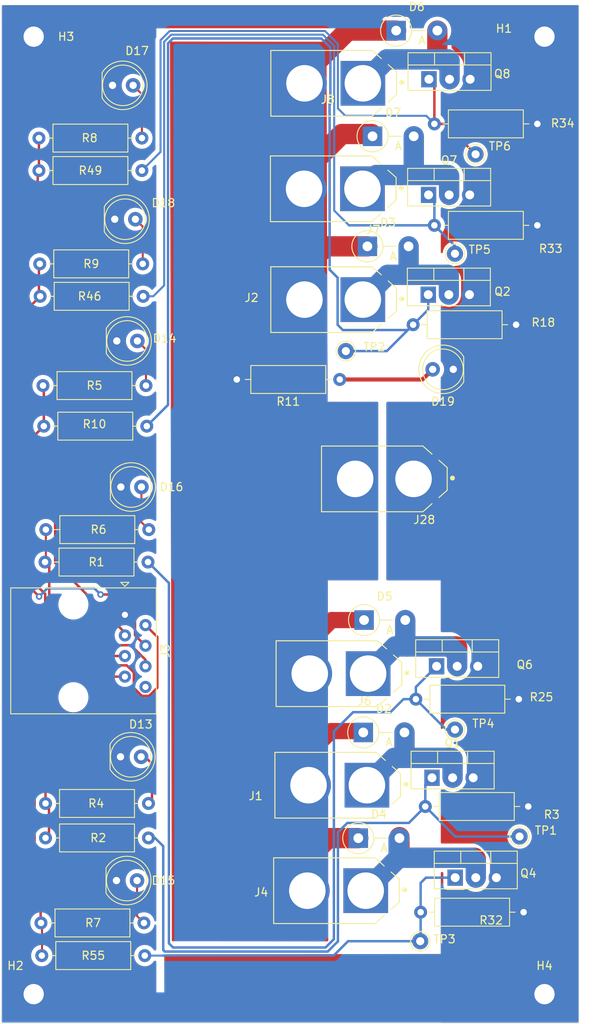
<source format=kicad_pcb>
(kicad_pcb (version 20221018) (generator pcbnew)
  (layers (0 "F.Cu" power) (1 "In1.Cu" signal) (2 "In2.Cu" signal) (31 "B.Cu" signal) (35 "F.Paste" user) (37 "F.SilkS" user "F.Silkscreen") (38 "B.Mask" user) (39 "F.Mask" user) (44 "Edge.Cuts" user))
  (net 0 "")
  (net 1 "+12V")
  (net 2 "TNS_10")
  (net 3 "TNS_3")
  (net 4 "TNS_6")
  (net 5 "GND")
  (net 6 "TNS_4")
  (net 7 "TNS_5")
  (net 8 "TNS_9")
  (net 9 "Net-(D2-A)")
  (net 10 "Net-(D3-A)")
  (net 11 "Net-(D4-A)")
  (net 12 "Net-(D5-A)")
  (net 13 "Net-(D6-A)")
  (net 14 "Net-(D7-A)")
  (net 16 "Net-(D13-A)")
  (net 17 "Net-(D14-A)")
  (net 18 "Net-(D15-A)")
  (net 19 "Net-(D16-A)")
  (net 20 "Net-(D17-A)")
  (net 21 "Net-(D18-A)")
  (net 22 "Net-(D19-A)")
  (net 23 "Net-(Q1-G)")
  (net 24 "Net-(Q2-G)")
  (net 25 "Net-(Q4-G)")
  (net 26 "Net-(Q6-G)")
  (net 27 "Net-(Q7-G)")
  (net 28 "Net-(Q8-G)")
  (footprint "Resistor_THT:R_Axial_DIN0309_L9.0mm_D3.2mm_P12.70mm_Horizontal" (layer "F.Cu") (at 137.5 140.75)
    (fp_text reference "R6" (at 6.5 0) (layer "F.SilkS"))
    (fp_text value "100")
    (pad "1" thru_hole circle (at 0 0) (size 1.6 1.6) (drill 0.8) (layers "*.Cu" "*.Mask") (net 6 "TNS_4"))
    (pad "2" thru_hole oval (at 12.7 0) (size 1.6 1.6) (drill 0.8) (layers "*.Cu" "*.Mask") (net 19 "Net-(D16-A)"))
  )
  (footprint "Diode_THT:D_DO-15_P5.08mm_Vertical_AnodeUp" (layer "F.Cu") (at 177.1602 105.8418)
    (fp_text reference "D3" (at 2.54 -2.92) (layer "F.SilkS"))
    (fp_text value "D")
    (fp_text user "A" (at 3.18 1.2) (layer "F.SilkS"))
    (pad "1" thru_hole rect (at 0 0) (size 2.4 2.4) (drill 1.2) (layers "*.Cu" "*.Mask") (net 1 "+12V"))
    (pad "2" thru_hole oval (at 5.08 0) (size 2.4 2.4) (drill 1.2) (layers "*.Cu" "*.Mask") (net 10 "Net-(D3-A)"))
  )
  (footprint "Resistor_THT:R_Axial_DIN0309_L9.0mm_D3.2mm_P12.70mm_Horizontal" (layer "F.Cu") (at 198.12 103.25 180)
    (fp_text reference "R33" (at -1.65 -2.88) (layer "F.SilkS"))
    (fp_text value "10K")
    (pad "1" thru_hole circle (at 0 0 180) (size 1.6 1.6) (drill 0.8) (layers "*.Cu" "*.Mask") (net 5 "GND"))
    (pad "2" thru_hole oval (at 12.7 0 180) (size 1.6 1.6) (drill 0.8) (layers "*.Cu" "*.Mask") (net 27 "Net-(Q7-G)"))
  )
  (footprint "MountingHole:MountingHole_2.5mm_Pad" (layer "F.Cu") (at 136 80)
    (fp_text reference "H3" (at 4 0) (layer "F.SilkS"))
    (fp_text value "MountingHole_Pad")
    (pad "1" thru_hole circle (at 0 0) (size 5 5) (drill 2.5) (layers "*.Cu" "*.Mask") (net 5 "GND"))
  )
  (footprint "Package_TO_SOT_THT:TO-220-3_Vertical" (layer "F.Cu") (at 187.985 183.645)
    (fp_text reference "Q4" (at 9.021079 -0.532) (layer "F.SilkS"))
    (fp_text value "Q_NMOS_GDS")
    (pad "1" thru_hole rect (at 0 0) (size 1.905 2) (drill 1.1) (layers "*.Cu" "*.Mask") (net 25 "Net-(Q4-G)"))
    (pad "2" thru_hole oval (at 2.54 0) (size 1.905 2) (drill 1.1) (layers "*.Cu" "*.Mask") (net 11 "Net-(D4-A)"))
    (pad "3" thru_hole oval (at 5.08 0) (size 1.905 2) (drill 1.1) (layers "*.Cu" "*.Mask") (net 5 "GND"))
  )
  (footprint "Resistor_THT:R_Axial_DIN0309_L9.0mm_D3.2mm_P12.70mm_Horizontal" (layer "F.Cu") (at 137.25 128)
    (fp_text reference "R10" (at 6.25 -0.25) (layer "F.SilkS"))
    (fp_text value "100")
    (pad "1" thru_hole circle (at 0 0) (size 1.6 1.6) (drill 0.8) (layers "*.Cu" "*.Mask") (net 8 "TNS_9"))
    (pad "2" thru_hole oval (at 12.7 0) (size 1.6 1.6) (drill 0.8) (layers "*.Cu" "*.Mask") (net 24 "Net-(Q2-G)"))
  )
  (footprint "MountingHole:MountingHole_2.5mm_Pad" (layer "F.Cu") (at 199 198)
    (fp_text reference "H4" (at 0 -3.5) (layer "F.SilkS"))
    (fp_text value "MountingHole_Pad")
    (pad "1" thru_hole circle (at 0 0) (size 5 5) (drill 2.5) (layers "*.Cu" "*.Mask") (net 5 "GND"))
  )
  (footprint "TestPoint:TestPoint_THTPad_D2.0mm_Drill1.0mm" (layer "F.Cu") (at 187.96 165.3982)
    (fp_text reference "TP4" (at 3.5 -0.748) (layer "F.SilkS"))
    (fp_text value "TestPoint")
    (pad "1" thru_hole circle (at 0 0) (size 2 2) (drill 1) (layers "*.Cu" "*.Mask") (net 26 "Net-(Q6-G)"))
  )
  (footprint "Launchbox:AMASS_XT60-M" (layer "F.Cu") (at 172.995244 112.404755 180)
    (fp_text reference "J2" (at 10.120921 0.224949) (layer "F.SilkS") (effects (font (size 1.000693 1.000693))))
    (fp_text value "XT60-M")
    (pad "1" thru_hole rect (at -3.6 0 180) (size 5.516 5.516) (drill 4.5) (layers "*.Cu" "*.Mask") (net 10 "Net-(D3-A)"))
    (pad "2" thru_hole circle (at 3.6 0 180) (size 5.516 5.516) (drill 4.5) (layers "*.Cu" "*.Mask") (net 1 "+12V"))
  )
  (footprint "Diode_THT:D_DO-15_P5.08mm_Vertical_AnodeUp" (layer "F.Cu") (at 177.7952 92.2782)
    (fp_text reference "D7" (at 2.54 -2.92) (layer "F.SilkS"))
    (fp_text value "D")
    (fp_text user "A" (at 3.18 1.2) (layer "F.SilkS"))
    (pad "1" thru_hole rect (at 0 0) (size 2.4 2.4) (drill 1.2) (layers "*.Cu" "*.Mask") (net 1 "+12V"))
    (pad "2" thru_hole oval (at 5.08 0) (size 2.4 2.4) (drill 1.2) (layers "*.Cu" "*.Mask") (net 14 "Net-(D7-A)"))
  )
  (footprint "LED_THT:LED_D5.0mm" (layer "F.Cu") (at 146.75 135.5)
    (fp_text reference "D16" (at 6.25 0) (layer "F.SilkS"))
    (fp_text value "LED")
    (pad "1" thru_hole rect (at 0 0) (size 1.8 1.8) (drill 0.9) (layers "*.Cu" "*.Mask") (net 5 "GND"))
    (pad "2" thru_hole circle (at 2.54 0) (size 1.8 1.8) (drill 0.9) (layers "*.Cu" "*.Mask") (net 19 "Net-(D16-A)"))
  )
  (footprint "Resistor_THT:R_Axial_DIN0309_L9.0mm_D3.2mm_P12.70mm_Horizontal" (layer "F.Cu") (at 173.75 122.25 180)
    (fp_text reference "R11" (at 6.35 -2.72) (layer "F.SilkS"))
    (fp_text value "R")
    (pad "1" thru_hole circle (at 0 0 180) (size 1.6 1.6) (drill 0.8) (layers "*.Cu" "*.Mask") (net 22 "Net-(D19-A)"))
    (pad "2" thru_hole oval (at 12.7 0 180) (size 1.6 1.6) (drill 0.8) (layers "*.Cu" "*.Mask") (net 1 "+12V"))
  )
  (footprint "LED_THT:LED_D5.0mm" (layer "F.Cu") (at 146.21 184)
    (fp_text reference "D15" (at 5.79 0) (layer "F.SilkS"))
    (fp_text value "LED")
    (pad "1" thru_hole rect (at 0 0) (size 1.8 1.8) (drill 0.9) (layers "*.Cu" "*.Mask") (net 5 "GND"))
    (pad "2" thru_hole circle (at 2.54 0) (size 1.8 1.8) (drill 0.9) (layers "*.Cu" "*.Mask") (net 18 "Net-(D15-A)"))
  )
  (footprint "Resistor_THT:R_Axial_DIN0309_L9.0mm_D3.2mm_P12.70mm_Horizontal" (layer "F.Cu") (at 136.75 108)
    (fp_text reference "R9" (at 6.35 0) (layer "F.SilkS"))
    (fp_text value "100")
    (pad "1" thru_hole circle (at 0 0) (size 1.6 1.6) (drill 0.8) (layers "*.Cu" "*.Mask") (net 4 "TNS_6"))
    (pad "2" thru_hole oval (at 12.7 0) (size 1.6 1.6) (drill 0.8) (layers "*.Cu" "*.Mask") (net 21 "Net-(D18-A)"))
  )
  (footprint "Package_TO_SOT_THT:TO-220-3_Vertical" (layer "F.Cu") (at 185.128079 171.333489)
    (fp_text reference "Q1" (at 2.54 -4.27) (layer "F.SilkS"))
    (fp_text value "Q_NMOS_GDS")
    (pad "1" thru_hole rect (at 0 0) (size 1.905 2) (drill 1.1) (layers "*.Cu" "*.Mask") (net 23 "Net-(Q1-G)"))
    (pad "2" thru_hole oval (at 2.54 0) (size 1.905 2) (drill 1.1) (layers "*.Cu" "*.Mask") (net 9 "Net-(D2-A)"))
    (pad "3" thru_hole oval (at 5.08 0) (size 1.905 2) (drill 1.1) (layers "*.Cu" "*.Mask") (net 5 "GND"))
  )
  (footprint "Resistor_THT:R_Axial_DIN0309_L9.0mm_D3.2mm_P12.70mm_Horizontal" (layer "F.Cu") (at 197 174.875 180)
    (fp_text reference "R3" (at -2.9 -1) (layer "F.SilkS"))
    (fp_text value "10K")
    (pad "1" thru_hole circle (at 0 0 180) (size 1.6 1.6) (drill 0.8) (layers "*.Cu" "*.Mask") (net 5 "GND"))
    (pad "2" thru_hole oval (at 12.7 0 180) (size 1.6 1.6) (drill 0.8) (layers "*.Cu" "*.Mask") (net 23 "Net-(Q1-G)"))
  )
  (footprint "LED_THT:LED_D5.0mm" (layer "F.Cu") (at 146 102.5)
    (fp_text reference "D18" (at 6 -2) (layer "F.SilkS"))
    (fp_text value "LED")
    (pad "1" thru_hole rect (at 0 0) (size 1.8 1.8) (drill 0.9) (layers "*.Cu" "*.Mask") (net 5 "GND"))
    (pad "2" thru_hole circle (at 2.54 0) (size 1.8 1.8) (drill 0.9) (layers "*.Cu" "*.Mask") (net 21 "Net-(D18-A)"))
  )
  (footprint "Launchbox:AMASS_XT60-M" (layer "F.Cu") (at 173.35 185.25 180)
    (fp_text reference "J4" (at 9.29 -0.198) (layer "F.SilkS") (effects (font (size 1.000693 1.000693))))
    (fp_text value "XT60-M")
    (pad "1" thru_hole rect (at -3.6 0 180) (size 5.516 5.516) (drill 4.5) (layers "*.Cu" "*.Mask") (net 11 "Net-(D4-A)"))
    (pad "2" thru_hole circle (at 3.6 0 180) (size 5.516 5.516) (drill 4.5) (layers "*.Cu" "*.Mask") (net 1 "+12V"))
  )
  (footprint "Diode_THT:D_DO-15_P5.08mm_Vertical_AnodeUp" (layer "F.Cu") (at 176.65 165.75)
    (fp_text reference "D2" (at 2.54 -2.92) (layer "F.SilkS"))
    (fp_text value "D")
    (fp_text user "A" (at 3.18 1.2) (layer "F.SilkS"))
    (pad "1" thru_hole rect (at 0 0) (size 2.4 2.4) (drill 1.2) (layers "*.Cu" "*.Mask") (net 1 "+12V"))
    (pad "2" thru_hole oval (at 5.08 0) (size 2.4 2.4) (drill 1.2) (layers "*.Cu" "*.Mask") (net 9 "Net-(D2-A)"))
  )
  (footprint "Resistor_THT:R_Axial_DIN0309_L9.0mm_D3.2mm_P12.70mm_Horizontal" (layer "F.Cu") (at 137.46 174.5)
    (fp_text reference "R4" (at 6.25 0) (layer "F.SilkS"))
    (fp_text value "100")
    (pad "1" thru_hole circle (at 0 0) (size 1.6 1.6) (drill 0.8) (layers "*.Cu" "*.Mask") (net 2 "TNS_10"))
    (pad "2" thru_hole oval (at 12.7 0) (size 1.6 1.6) (drill 0.8) (layers "*.Cu" "*.Mask") (net 16 "Net-(D13-A)"))
  )
  (footprint "Resistor_THT:R_Axial_DIN0309_L9.0mm_D3.2mm_P12.70mm_Horizontal" (layer "F.Cu") (at 137.46 178.75)
    (fp_text reference "R2" (at 6.5 0) (layer "F.SilkS"))
    (fp_text value "100")
    (pad "1" thru_hole circle (at 0 0) (size 1.6 1.6) (drill 0.8) (layers "*.Cu" "*.Mask") (net 2 "TNS_10"))
    (pad "2" thru_hole oval (at 12.7 0) (size 1.6 1.6) (drill 0.8) (layers "*.Cu" "*.Mask") (net 23 "Net-(Q1-G)"))
  )
  (footprint "Resistor_THT:R_Axial_DIN0309_L9.0mm_D3.2mm_P12.70mm_Horizontal" (layer "F.Cu") (at 136.65 96.5)
    (fp_text reference "R49" (at 6.35 0) (layer "F.SilkS"))
    (fp_text value "100")
    (pad "1" thru_hole circle (at 0 0) (size 1.6 1.6) (drill 0.8) (layers "*.Cu" "*.Mask") (net 7 "TNS_5"))
    (pad "2" thru_hole oval (at 12.7 0) (size 1.6 1.6) (drill 0.8) (layers "*.Cu" "*.Mask") (net 28 "Net-(Q8-G)"))
  )
  (footprint "Resistor_THT:R_Axial_DIN0309_L9.0mm_D3.2mm_P12.70mm_Horizontal" (layer "F.Cu") (at 137.4 144.75)
    (fp_text reference "R1" (at 6.35 0) (layer "F.SilkS"))
    (fp_text value "100")
    (pad "1" thru_hole circle (at 0 0) (size 1.6 1.6) (drill 0.8) (layers "*.Cu" "*.Mask") (net 6 "TNS_4"))
    (pad "2" thru_hole oval (at 12.7 0) (size 1.6 1.6) (drill 0.8) (layers "*.Cu" "*.Mask") (net 26 "Net-(Q6-G)"))
  )
  (footprint "LED_THT:LED_D5.0mm" (layer "F.Cu") (at 187.75 121 180)
    (fp_text reference "D19" (at 1.27 -3.96) (layer "F.SilkS"))
    (fp_text value "LED")
    (pad "1" thru_hole rect (at 0 0 180) (size 1.8 1.8) (drill 0.9) (layers "*.Cu" "*.Mask") (net 5 "GND"))
    (pad "2" thru_hole circle (at 2.54 0 180) (size 1.8 1.8) (drill 0.9) (layers "*.Cu" "*.Mask") (net 22 "Net-(D19-A)"))
  )
  (footprint "Resistor_THT:R_Axial_DIN0309_L9.0mm_D3.2mm_P12.70mm_Horizontal" (layer "F.Cu") (at 196.425 187.9 180)
    (fp_text reference "R32" (at 4 -1) (layer "F.SilkS"))
    (fp_text value "10K")
    (pad "1" thru_hole circle (at 0 0 180) (size 1.6 1.6) (drill 0.8) (layers "*.Cu" "*.Mask") (net 5 "GND"))
    (pad "2" thru_hole oval (at 12.7 0 180) (size 1.6 1.6) (drill 0.8) (layers "*.Cu" "*.Mask") (net 25 "Net-(Q4-G)"))
  )
  (footprint "Resistor_THT:R_Axial_DIN0309_L9.0mm_D3.2mm_P12.70mm_Horizontal" (layer "F.Cu") (at 136.65 92.5)
    (fp_text reference "R8" (at 6.25 0) (layer "F.SilkS"))
    (fp_text value "100")
    (pad "1" thru_hole circle (at 0 0) (size 1.6 1.6) (drill 0.8) (layers "*.Cu" "*.Mask") (net 7 "TNS_5"))
    (pad "2" thru_hole oval (at 12.7 0) (size 1.6 1.6) (drill 0.8) (layers "*.Cu" "*.Mask") (net 20 "Net-(D17-A)"))
  )
  (footprint "Resistor_THT:R_Axial_DIN0309_L9.0mm_D3.2mm_P12.70mm_Horizontal" (layer "F.Cu") (at 149.5 112 180)
    (fp_text reference "R46" (at 6.6 0) (layer "F.SilkS"))
    (fp_text value "100")
    (pad "1" thru_hole circle (at 0 0 180) (size 1.6 1.6) (drill 0.8) (layers "*.Cu" "*.Mask") (net 27 "Net-(Q7-G)"))
    (pad "2" thru_hole oval (at 12.7 0 180) (size 1.6 1.6) (drill 0.8) (layers "*.Cu" "*.Mask") (net 4 "TNS_6"))
  )
  (footprint "Package_TO_SOT_THT:TO-220-3_Vertical" (layer "F.Cu") (at 184.75 85.25)
    (fp_text reference "Q8" (at 9.04 -0.668) (layer "F.SilkS"))
    (fp_text value "Q_NMOS_GDS" hide)
    (pad "1" thru_hole rect (at 0 0) (size 1.905 2) (drill 1.1) (layers "*.Cu" "*.Mask") (net 28 "Net-(Q8-G)"))
    (pad "2" thru_hole oval (at 2.54 0) (size 1.905 2) (drill 1.1) (layers "*.Cu" "*.Mask") (net 13 "Net-(D6-A)"))
    (pad "3" thru_hole oval (at 5.08 0) (size 1.905 2) (drill 1.1) (layers "*.Cu" "*.Mask") (net 5 "GND"))
  )
  (footprint "Resistor_THT:R_Axial_DIN0309_L9.0mm_D3.2mm_P12.70mm_Horizontal" (layer "F.Cu") (at 195.8342 161.6482 180)
    (fp_text reference "R25" (at -2.794 0.254) (layer "F.SilkS"))
    (fp_text value "10K")
    (pad "1" thru_hole circle (at 0 0 180) (size 1.6 1.6) (drill 0.8) (layers "*.Cu" "*.Mask") (net 5 "GND"))
    (pad "2" thru_hole oval (at 12.7 0 180) (size 1.6 1.6) (drill 0.8) (layers "*.Cu" "*.Mask") (net 26 "Net-(Q6-G)"))
  )
  (footprint "Resistor_THT:R_Axial_DIN0309_L9.0mm_D3.2mm_P12.70mm_Horizontal" (layer "F.Cu") (at 137.15 123)
    (fp_text reference "R5" (at 6.35 0) (layer "F.SilkS"))
    (fp_text value "100")
    (pad "1" thru_hole circle (at 0 0) (size 1.6 1.6) (drill 0.8) (layers "*.Cu" "*.Mask") (net 8 "TNS_9"))
    (pad "2" thru_hole oval (at 12.7 0) (size 1.6 1.6) (drill 0.8) (layers "*.Cu" "*.Mask") (net 17 "Net-(D14-A)"))
  )
  (footprint "TestPoint:TestPoint_THTPad_D2.0mm_Drill1.0mm" (layer "F.Cu") (at 190.5 94.5)
    (fp_text reference "TP6" (at 3 -1) (layer "F.SilkS"))
    (fp_text value "TestPoint")
    (pad "1" thru_hole circle (at 0 0) (size 2 2) (drill 1) (layers "*.Cu" "*.Mask") (net 28 "Net-(Q8-G)"))
  )
  (footprint "MountingHole:MountingHole_2.5mm_Pad" (layer "F.Cu") (at 199 80)
    (fp_text reference "H1" (at -5 -1) (layer "F.SilkS"))
    (fp_text value "MountingHole_Pad")
    (pad "1" thru_hole circle (at 0 0) (size 5 5) (drill 2.5) (layers "*.Cu" "*.Mask") (net 5 "GND"))
  )
  (footprint "Launchbox:AMASS_XT60-M" (layer "F.Cu") (at 172.950978 98.75 180)
    (fp_text reference "J7" (at -4.92842 -5.03849) (layer "F.SilkS") (effects (font (size 1.000693 1.000693))))
    (fp_text value "XT60-M")
    (pad "1" thru_hole rect (at -3.6 0 180) (size 5.516 5.516) (drill 4.5) (layers "*.Cu" "*.Mask") (net 14 "Net-(D7-A)"))
    (pad "2" thru_hole circle (at 3.6 0 180) (size 5.516 5.516) (drill 4.5) (layers "*.Cu" "*.Mask") (net 1 "+12V"))
  )
  (footprint "Diode_THT:D_DO-15_P5.08mm_Vertical_AnodeUp" (layer "F.Cu") (at 176.035 178.775)
    (fp_text reference "D4" (at 2.54 -2.92) (layer "F.SilkS"))
    (fp_text value "D")
    (fp_text user "A" (at 3.18 1.2) (layer "F.SilkS"))
    (pad "1" thru_hole rect (at 0 0) (size 2.4 2.4) (drill 1.2) (layers "*.Cu" "*.Mask") (net 1 "+12V"))
    (pad "2" thru_hole oval (at 5.08 0) (size 2.4 2.4) (drill 1.2) (layers "*.Cu" "*.Mask") (net 11 "Net-(D4-A)"))
  )
  (footprint "Launchbox:AMASS_XT60-M" (layer "F.Cu") (at 179.25 134.5 180)
    (fp_text reference "J28" (at -4.92842 -5.03849) (layer "F.SilkS") (effects (font (size 1.000693 1.000693))))
    (fp_text value "CaelusPCB-rescue_XT60-M-CaelusPCB")
    (pad "1" thru_hole rect (at -3.6 0 180) (size 5.516 5.516) (drill 4.5) (layers "*.Cu" "*.Mask") (net 5 "GND"))
    (pad "2" thru_hole circle (at 3.6 0 180) (size 5.516 5.516) (drill 4.5) (layers "*.Cu" "*.Mask") (net 1 "+12V"))
  )
  (footprint "Resistor_THT:R_Axial_DIN0309_L9.0mm_D3.2mm_P12.70mm_Horizontal" (layer "F.Cu") (at 198.12 90.75 180)
    (fp_text reference "R34" (at -3.128 0.072) (layer "F.SilkS"))
    (fp_text value "10K")
    (pad "1" thru_hole circle (at 0 0 180) (size 1.6 1.6) (drill 0.8) (layers "*.Cu" "*.Mask") (net 5 "GND"))
    (pad "2" thru_hole oval (at 12.7 0 180) (size 1.6 1.6) (drill 0.8) (layers "*.Cu" "*.Mask") (net 28 "Net-(Q8-G)"))
  )
  (footprint "LED_THT:LED_D5.0mm" (layer "F.Cu") (at 145.725 86)
    (fp_text reference "D17" (at 3.025 -4.25) (layer "F.SilkS"))
    (fp_text value "LED")
    (pad "1" thru_hole rect (at 0 0) (size 1.8 1.8) (drill 0.9) (layers "*.Cu" "*.Mask") (net 5 "GND"))
    (pad "2" thru_hole circle (at 2.54 0) (size 1.8 1.8) (drill 0.9) (layers "*.Cu" "*.Mask") (net 20 "Net-(D17-A)"))
  )
  (footprint "TestPoint:TestPoint_THTPad_D2.0mm_Drill1.0mm" (layer "F.Cu") (at 174.5 118.75)
    (fp_text reference "TP2" (at 3.5 -0.5) (layer "F.SilkS"))
    (fp_text value "TestPoint")
    (pad "1" thru_hole circle (at 0 0) (size 2 2) (drill 1) (layers "*.Cu" "*.Mask") (net 24 "Net-(Q2-G)"))
  )
  (footprint "LED_THT:LED_D5.0mm" (layer "F.Cu") (at 146.25 117.5)
    (fp_text reference "D14" (at 5.896 -0.31) (layer "F.SilkS"))
    (fp_text value "LED")
    (pad "1" thru_hole rect (at 0 0) (size 1.8 1.8) (drill 0.9) (layers "*.Cu" "*.Mask") (net 5 "GND"))
    (pad "2" thru_hole circle (at 2.54 0) (size 1.8 1.8) (drill 0.9) (layers "*.Cu" "*.Mask") (net 17 "Net-(D14-A)"))
  )
  (footprint "Resistor_THT:R_Axial_DIN0309_L9.0mm_D3.2mm_P12.70mm_Horizontal" (layer "F.Cu") (at 195.5 115.5 180)
    (fp_text reference "R18" (at -3.359079 0.272949) (layer "F.SilkS"))
    (fp_text value "10K")
    (pad "1" thru_hole circle (at 0 0 180) (size 1.6 1.6) (drill 0.8) (layers "*.Cu" "*.Mask") (net 5 "GND"))
    (pad "2" thru_hole oval (at 12.7 0 180) (size 1.6 1.6) (drill 0.8) (layers "*.Cu" "*.Mask") (net 24 "Net-(Q2-G)"))
  )
  (footprint "Connector_RJ:RJ45_Amphenol_54602-x08_Horizontal" (layer "F.Cu") (at 147.25 151.25 -90)
    (fp_text reference "J3" (at 4.445 -5 90) (layer "F.SilkS"))
    (fp_text value "RJ45")
    (pad "" np_thru_hole circle (at -1.27 6.35 270) (size 3.2 3.2) (drill 3.2) (layers "*.Cu" "*.Mask"))
    (pad "" np_thru_hole circle (at 10.16 6.35 270) (size 3.2 3.2) (drill 3.2) (layers "*.Cu" "*.Mask"))
    (pad "1" thru_hole rect (at 0 0 270) (size 1.5 1.5) (drill 0.76) (layers "*.Cu" "*.Mask") (net 5 "GND"))
    (pad "2" thru_hole circle (at 1.27 -2.54 270) (size 1.5 1.5) (drill 0.76) (layers "*.Cu" "*.Mask") (net 3 "TNS_3"))
    (pad "3" thru_hole circle (at 2.54 0 270) (size 1.5 1.5) (drill 0.76) (layers "*.Cu" "*.Mask") (net 8 "TNS_9"))
    (pad "4" thru_hole circle (at 3.81 -2.54 270) (size 1.5 1.5) (drill 0.76) (layers "*.Cu" "*.Mask") (net 7 "TNS_5"))
    (pad "5" thru_hole circle (at 5.08 0 270) (size 1.5 1.5) (drill 0.76) (layers "*.Cu" "*.Mask") (net 4 "TNS_6"))
    (pad "6" thru_hole circle (at 6.35 -2.54 270) (size 1.5 1.5) (drill 0.76) (layers "*.Cu" "*.Mask") (net 6 "TNS_4"))
    (pad "7" thru_hole circle (at 7.62 0 270) (size 1.5 1.5) (drill 0.76) (layers "*.Cu" "*.Mask") (net 2 "TNS_10"))
    (pad "8" thru_hole circle (at 8.89 -2.54 270) (size 1.5 1.5) (drill 0.76) (layers "*.Cu" "*.Mask"))
  )
  (footprint "LED_THT:LED_D5.0mm" (layer "F.Cu") (at 146.71 168.75)
    (fp_text reference "D13" (at 2.5 -4) (layer "F.SilkS"))
    (fp_text value "LED")
    (pad "1" thru_hole rect (at 0 0) (size 1.8 1.8) (drill 0.9) (layers "*.Cu" "*.Mask") (net 5 "GND"))
    (pad "2" thru_hole circle (at 2.54 0) (size 1.8 1.8) (drill 0.9) (layers "*.Cu" "*.Mask") (net 16 "Net-(D13-A)"))
  )
  (footprint "Package_TO_SOT_THT:TO-220-3_Vertical" (layer "F.Cu") (at 184.665244 111.794755)
    (fp_text reference "Q2" (at 9.153079 -0.375949) (layer "F.SilkS"))
    (fp_text value "Q_NMOS_GDS")
    (pad "1" thru_hole rect (at 0 0) (size 1.905 2) (drill 1.1) (layers "*.Cu" "*.Mask") (net 24 "Net-(Q2-G)"))
    (pad "2" thru_hole oval (at 2.54 0) (size 1.905 2) (drill 1.1) (layers "*.Cu" "*.Mask") (net 10 "Net-(D3-A)"))
    (pad "3" thru_hole oval (at 5.08 0) (size 1.905 2) (drill 1.1) (layers "*.Cu" "*.Mask") (net 5 "GND"))
  )
  (footprint "Diode_THT:D_DO-15_P5.08mm_Vertical_AnodeUp" (layer "F.Cu") (at 176.7482 151.8982)
    (fp_text reference "D5" (at 2.54 -2.92) (layer "F.SilkS"))
    (fp_text value "D")
    (fp_text user "A" (at 3.18 1.2) (layer "F.SilkS"))
    (pad "1" thru_hole rect (at 0 0) (size 2.4 2.4) (drill 1.2) (layers "*.Cu" "*.Mask") (net 1 "+12V"))
    (pad "2" thru_hole oval (at 5.08 0) (size 2.4 2.4) (drill 1.2) (layers "*.Cu" "*.Mask") (net 12 "Net-(D5-A)"))
  )
  (footprint "Launchbox:AMASS_XT60-M" (layer "F.Cu") (at 173.5 172.25 180)
    (fp_text reference "J1" (at 10.121921 -1.333489) (layer "F.SilkS") (effects (font (size 1.000693 1.000693))))
    (fp_text value "XT60-M")
    (pad "1" thru_hole rect (at -3.6 0 180) (size 5.516 5.516) (drill 4.5) (layers "*.Cu" "*.Mask") (net 9 "Net-(D2-A)"))
    (pad "2" thru_hole circle (at 3.6 0 180) (size 5.516 5.516) (drill 4.5) (layers "*.Cu" "*.Mask") (net 1 "+12V"))
  )
  (footprint "Package_TO_SOT_THT:TO-220-3_Vertical" (layer "F.Cu") (at 185.6942 157.5932)
    (fp_text reference "Q6" (at 10.866 -0.199) (layer "F.SilkS"))
    (fp_text value "Q_NMOS_GDS")
    (pad "1" thru_hole rect (at 0 0) (size 1.905 2) (drill 1.1) (layers "*.Cu" "*.Mask") (net 26 "Net-(Q6-G)"))
    (pad "2" thru_hole oval (at 2.54 0) (size 1.905 2) (drill 1.1) (layers "*.Cu" "*.Mask") (net 12 "Net-(D5-A)"))
    (pad "3" thru_hole oval (at 5.08 0) (size 1.905 2) (drill 1.1) (layers "*.Cu" "*.Mask") (net 5 "GND"))
  )
  (footprint "TestPoint:TestPoint_THTPad_D2.0mm_Drill1.0mm" (layer "F.Cu") (at 195.925 178.575)
    (fp_text reference "TP1" (at 3.25 -0.75) (layer "F.SilkS"))
    (fp_text value "TestPoint")
    (pad "1" thru_hole circle (at 0 0) (size 2 2) (drill 1) (layers "*.Cu" "*.Mask") (net 23 "Net-(Q1-G)"))
  )
  (footprint "Resistor_THT:R_Axial_DIN0309_L9.0mm_D3.2mm_P12.70mm_Horizontal" (layer "F.Cu") (at 136.9 189.225)
    (fp_text reference "R7" (at 6.428 0) (layer "F.SilkS"))
    (fp_text value "100")
    (pad "1" thru_hole circle (at 0 0) (size 1.6 1.6) (drill 0.8) (layers "*.Cu" "*.Mask") (net 3 "TNS_3"))
    (pad "2" thru_hole oval (at 12.7 0) (size 1.6 1.6) (drill 0.8) (layers "*.Cu" "*.Mask") (net 18 "Net-(D15-A)"))
  )
  (footprint "TestPoint:TestPoint_THTPad_D2.0mm_Drill1.0mm" (layer "F.Cu") (at 187.96 106.75)
    (fp_text reference "TP5" (at 3.048 -0.508) (layer "F.SilkS"))
    (fp_text value "TestPoint")
    (pad "1" thru_hole circle (at 0 0) (size 2 2) (drill 1) (layers "*.Cu" "*.Mask") (net 27 "Net-(Q7-G)"))
  )
  (footprint "MountingHole:MountingHole_2.5mm_Pad" (layer "F.Cu") (at 136 198)
    (fp_text reference "H2" (at -2.25 -3.5) (layer "F.SilkS"))
    (fp_text value "MountingHole_Pad")
    (pad "1" thru_hole circle (at 0 0) (size 5 5) (drill 2.5) (layers "*.Cu" "*.Mask") (net 5 "GND"))
  )
  (footprint "Launchbox:AMASS_XT60-M" (layer "F.Cu") (at 173 85.75 180)
    (fp_text reference "J8" (at 0.7175 -2) (layer "F.SilkS") (effects (font (size 1.000693 1.000693))))
    (fp_text value "XT60-M")
    (pad "1" thru_hole rect (at -3.6 0 180) (size 5.516 5.516) (drill 4.5) (layers "*.Cu" "*.Mask") (net 13 "Net-(D6-A)"))
    (pad "2" thru_hole circle (at 3.6 0 180) (size 5.516 5.516) (drill 4.5) (layers "*.Cu" "*.Mask") (net 1 "+12V"))
  )
  (footprint "Resistor_THT:R_Axial_DIN0309_L9.0mm_D3.2mm_P12.70mm_Horizontal" (layer "F.Cu") (at 137 193.25)
    (fp_text reference "R55" (at 6.35 0) (layer "F.SilkS"))
    (fp_text value "100")
    (pad "1" thru_hole circle (at 0 0) (size 1.6 1.6) (drill 0.8) (layers "*.Cu" "*.Mask") (net 3 "TNS_3"))
    (pad "2" thru_hole oval (at 12.7 0) (size 1.6 1.6) (drill 0.8) (layers "*.Cu" "*.Mask") (net 25 "Net-(Q4-G)"))
  )
  (footprint "Diode_THT:D_DO-15_P5.08mm_Vertical_AnodeUp" (layer "F.Cu") (at 180.705 79.25)
    (fp_text reference "D6" (at 2.54 -2.92) (layer "F.SilkS"))
    (fp_text value "D")
    (fp_text user "A" (at 3.18 1.2) (layer "F.SilkS"))
    (pad "1" thru_hole rect (at 0 0) (size 2.4 2.4) (drill 1.2) (layers "*.Cu" "*.Mask") (net 1 "+12V"))
    (pad "2" thru_hole oval (at 5.08 0) (size 2.4 2.4) (drill 1.2) (layers "*.Cu" "*.Mask") (net 13 "Net-(D6-A)"))
  )
  (footprint "Launchbox:AMASS_XT60-M" (layer "F.Cu") (at 173.6482 158.5022 180)
    (fp_text reference "J6" (at -3.17 -3.39) (layer "F.SilkS") (effects (font (size 1.000693 1.000693))))
    (fp_text value "XT60-M")
    (pad "1" thru_hole rect (at -3.6 0 180) (size 5.516 5.516) (drill 4.5) (layers "*.Cu" "*.Mask") (net 12 "Net-(D5-A)"))
    (pad "2" thru_hole circle (at 3.6 0 180) (size 5.516 5.516) (drill 4.5) (layers "*.Cu" "*.Mask") (net 1 "+12V"))
  )
  (footprint "TestPoint:TestPoint_THTPad_D2.0mm_Drill1.0mm" (layer "F.Cu") (at 183.675 191.475)
    (fp_text reference "TP3" (at 3 -0.25) (layer "F.SilkS"))
    (fp_text value "TestPoint")
    (pad "1" thru_hole circle (at 0 0) (size 2 2) (drill 1) (layers "*.Cu" "*.Mask") (net 25 "Net-(Q4-G)"))
  )
  (footprint "Package_TO_SOT_THT:TO-220-3_Vertical" (layer "F.Cu") (at 184.700978 99.5)
    (fp_text reference "Q7" (at 2.54 -4.27) (layer "F.SilkS"))
    (fp_text value "Q_NMOS_GDS")
    (pad "1" thru_hole rect (at 0 0) (size 1.905 2) (drill 1.1) (layers "*.Cu" "*.Mask") (net 27 "Net-(Q7-G)"))
    (pad "2" thru_hole oval (at 2.54 0) (size 1.905 2) (drill 1.1) (layers "*.Cu" "*.Mask") (net 14 "Net-(D7-A)"))
    (pad "3" thru_hole oval (at 5.08 0) (size 1.905 2) (drill 1.1) (layers "*.Cu" "*.Mask") (net 5 "GND"))
  )
  (gr_rect (start 132.058 76.104) (end 203.25 201.65) (stroke (width 0.05)) (fill none) (layer "Edge.Cuts"))
  (segment (start 176.483489 165.583489) (end 176.65 165.75) (width 2) (layer "F.Cu") (net 1))
  (segment (start 170.0482 158.5022) (end 170.0482 154.601799) (width 2) (layer "F.Cu") (net 1))
  (segment (start 172.057798 105.8418) (end 177.1602 105.8418) (width 2.5) (layer "F.Cu") (net 1))
  (segment (start 169.9 168.349599) (end 172.66611 165.583489) (width 2) (layer "F.Cu") (net 1))
  (segment (start 174.000978 92) (end 169.350978 96.65) (width 2.5) (layer "F.Cu") (net 1))
  (segment (start 174.75 79.25) (end 180.705 79.25) (width 2.5) (layer "F.Cu") (net 1))
  (segment (start 169.4 84.6) (end 174.75 79.25) (width 2.5) (layer "F.Cu") (net 1))
  (segment (start 170.0482 154.601799) (end 172.751799 151.8982) (width 2) (layer "F.Cu") (net 1))
  (segment (start 169.75 181.349599) (end 172.324599 178.775) (width 2.5) (layer "F.Cu") (net 1))
  (segment (start 169.9 172.25) (end 169.9 168.349599) (width 2) (layer "F.Cu") (net 1))
  (segment (start 169.75 185.25) (end 169.75 181.349599) (width 2.5) (layer "F.Cu") (net 1))
  (segment (start 169.395244 112.404755) (end 169.395244 108.504354) (width 2.5) (layer "F.Cu") (net 1))
  (segment (start 169.350978 96.65) (end 169.350978 98.75) (width 2.5) (layer "F.Cu") (net 1))
  (segment (start 172.66611 165.583489) (end 176.483489 165.583489) (width 2) (layer "F.Cu") (net 1))
  (segment (start 169.395244 108.504354) (end 172.057798 105.8418) (width 2.5) (layer "F.Cu") (net 1))
  (segment (start 177.700978 92) (end 174.000978 92) (width 2.5) (layer "F.Cu") (net 1))
  (segment (start 169.4 85.75) (end 169.4 84.6) (width 2.5) (layer "F.Cu") (net 1))
  (segment (start 172.751799 151.8982) (end 176.7482 151.8982) (width 2) (layer "F.Cu") (net 1))
  (segment (start 172.324599 178.775) (end 176.035 178.775) (width 2.5) (layer "F.Cu") (net 1))
  (segment (start 140.342 158.87) (end 137.46 161.752) (width 0.3) (layer "F.Cu") (net 2))
  (segment (start 137.46 161.752) (end 137.46 174.5) (width 0.3) (layer "F.Cu") (net 2))
  (segment (start 137.46 174.5) (end 137.89 174.93) (width 0.3) (layer "F.Cu") (net 2))
  (segment (start 137.89 178.32) (end 137.46 178.75) (width 0.3) (layer "F.Cu") (net 2))
  (segment (start 137.89 174.93) (end 137.89 178.32) (width 0.3) (layer "F.Cu") (net 2))
  (segment (start 147.25 158.87) (end 140.342 158.87) (width 0.3) (layer "F.Cu") (net 2))
  (segment (start 136.86 189.25) (end 136.86 186.846) (width 0.3) (layer "F.Cu") (net 3))
  (segment (start 149.334567 161.239511) (end 150.245433 161.239511) (width 0.3) (layer "F.Cu") (net 3))
  (segment (start 138.176 157.48) (end 147.48 157.48) (width 0.3) (layer "F.Cu") (net 3))
  (segment (start 151.25 153.98) (end 149.79 152.52) (width 0.3) (layer "F.Cu") (net 3))
  (segment (start 148.349511 158.349511) (end 148.349511 160.254455) (width 0.3) (layer "F.Cu") (net 3))
  (segment (start 148.349511 160.254455) (end 149.334567 161.239511) (width 0.3) (layer "F.Cu") (net 3))
  (segment (start 147.48 157.48) (end 148.349511 158.349511) (width 0.3) (layer "F.Cu") (net 3))
  (segment (start 136.112 186.098) (end 136.112 159.544) (width 0.3) (layer "F.Cu") (net 3))
  (segment (start 150.245433 161.239511) (end 151.25 160.234944) (width 0.3) (layer "F.Cu") (net 3))
  (segment (start 137.032 189.422) (end 136.86 189.25) (width 0.25) (layer "F.Cu") (net 3))
  (segment (start 136.112 159.544) (end 138.176 157.48) (width 0.3) (layer "F.Cu") (net 3))
  (segment (start 137 193.25) (end 137.032 193.218) (width 0.25) (layer "F.Cu") (net 3))
  (segment (start 136.86 186.846) (end 136.112 186.098) (width 0.3) (layer "F.Cu") (net 3))
  (segment (start 137.032 193.218) (end 137.032 189.422) (width 0.25) (layer "F.Cu") (net 3))
  (segment (start 151.25 160.234944) (end 151.25 153.98) (width 0.3) (layer "F.Cu") (net 3))
  (segment (start 147.25 156.33) (end 143.715822 156.33) (width 0.3) (layer "F.Cu") (net 4))
  (segment (start 134.772481 145.272481) (end 134.772481 114.027519) (width 0.3) (layer "F.Cu") (net 4))
  (segment (start 137.42248 148.68953) (end 134.772481 146.039531) (width 0.3) (layer "F.Cu") (net 4))
  (segment (start 137.42248 150.036658) (end 137.42248 148.68953) (width 0.3) (layer "F.Cu") (net 4))
  (segment (start 136.65 108.1) (end 136.75 108) (width 0.3) (layer "F.Cu") (net 4))
  (segment (start 136.8 112) (end 136.65 111.85) (width 0.3) (layer "F.Cu") (net 4))
  (segment (start 143.715822 156.33) (end 137.42248 150.036658) (width 0.3) (layer "F.Cu") (net 4))
  (segment (start 136.65 111.85) (end 136.65 108.1) (width 0.3) (layer "F.Cu") (net 4))
  (segment (start 134.772481 146.039531) (end 134.772481 145.272481) (width 0.3) (layer "F.Cu") (net 4))
  (segment (start 134.772481 114.027519) (end 136.8 112) (width 0.3) (layer "F.Cu") (net 4))
  (segment (start 137.922 145.272) (end 137.4 144.75) (width 0.3) (layer "F.Cu") (net 6))
  (segment (start 137.5 144.65) (end 137.4 144.75) (width 0.25) (layer "F.Cu") (net 6))
  (segment (start 148 155) (end 149.79 156.79) (width 0.3) (layer "F.Cu") (net 6))
  (segment (start 143.092249 155) (end 148 155) (width 0.3) (layer "F.Cu") (net 6))
  (segment (start 137.922 149.829751) (end 137.922 145.272) (width 0.3) (layer "F.Cu") (net 6))
  (segment (start 137.5 140.75) (end 137.5 144.65) (width 0.25) (layer "F.Cu") (net 6))
  (segment (start 137.922 149.829751) (end 143.092249 155) (width 0.3) (layer "F.Cu") (net 6))
  (segment (start 149.79 156.79) (end 149.79 157.6) (width 0.3) (layer "F.Cu") (net 6))
  (segment (start 134.272962 146.599982) (end 134.272962 99.994692) (width 0.3) (layer "F.Cu") (net 7))
  (segment (start 146.949022 148.75) (end 144.25 148.75) (width 0.3) (layer "F.Cu") (net 7))
  (segment (start 148.5 153.77) (end 148.5 150.300978) (width 0.3) (layer "F.Cu") (net 7))
  (segment (start 148.5 150.300978) (end 146.949022 148.75) (width 0.3) (layer "F.Cu") (net 7))
  (segment (start 134.633827 99.633827) (end 136.5 97.767654) (width 0.3) (layer "F.Cu") (net 7))
  (segment (start 134.272962 99.994692) (end 134.633827 99.633827) (width 0.3) (layer "F.Cu") (net 7))
  (segment (start 136.67298 149) (end 134.272962 146.599982) (width 0.3) (layer "F.Cu") (net 7))
  (segment (start 136.5 96.65) (end 136.65 96.5) (width 0.3) (layer "F.Cu") (net 7))
  (segment (start 136.5 97.767654) (end 136.5 96.65) (width 0.3) (layer "F.Cu") (net 7))
  (segment (start 149.79 155.06) (end 148.5 153.77) (width 0.3) (layer "F.Cu") (net 7))
  (segment (start 136.65 96.5) (end 136.65 92.5) (width 0.3) (layer "F.Cu") (net 7))
  (via (at 144.25 148.75) (size 0.8) (drill 0.4) (layers "F.Cu" "B.Cu") (net 7))
  (via (at 136.67298 149) (size 0.8) (drill 0.4) (layers "F.Cu" "B.Cu") (net 7))
  (segment (start 136.67298 149) (end 137.692501 147.980479) (width 0.3) (layer "B.Cu") (net 7))
  (segment (start 137.692501 147.980479) (end 143.480479 147.980479) (width 0.3) (layer "B.Cu") (net 7))
  (segment (start 143.480479 147.980479) (end 144.25 148.75) (width 0.3) (layer "B.Cu") (net 7))
  (segment (start 137.25 123.1) (end 137.15 123) (width 0.3) (layer "F.Cu") (net 8))
  (segment (start 138.649511 139.899511) (end 138.649511 144.848533) (width 0.3) (layer "F.Cu") (net 8))
  (segment (start 138.649511 144.848533) (end 147.25 153.449022) (width 0.3) (layer "F.Cu") (net 8))
  (segment (start 135.272 136.522) (end 135.272 129.978) (width 0.3) (layer "F.Cu") (net 8))
  (segment (start 138.649511 139.899511) (end 135.272 136.522) (width 0.3) (layer "F.Cu") (net 8))
  (segment (start 137.25 128) (end 137.25 123.1) (width 0.3) (layer "F.Cu") (net 8))
  (segment (start 147.25 153.449022) (end 147.25 153.79) (width 0.3) (layer "F.Cu") (net 8))
  (segment (start 135.272 129.978) (end 137.25 128) (width 0.3) (layer "F.Cu") (net 8))
  (segment (start 187.668079 169.020989) (end 187.668079 171.333489) (width 2.5) (layer "F.Cu") (net 9))
  (segment (start 181.73 168.863489) (end 181.73 165.75) (width 2.5) (layer "F.Cu") (net 9))
  (segment (start 180.466511 168.883489) (end 181.75 168.883489) (width 2.5) (layer "F.Cu") (net 9))
  (segment (start 177.1 172.25) (end 180.466511 168.883489) (width 2.5) (layer "F.Cu") (net 9))
  (segment (start 187.530579 168.883489) (end 187.668079 169.020989) (width 2.5) (layer "F.Cu") (net 9))
  (segment (start 181.75 168.883489) (end 187.530579 168.883489) (width 2.5) (layer "F.Cu") (net 9))
  (segment (start 181.75 168.883489) (end 181.73 168.863489) (width 2.5) (layer "F.Cu") (net 9))
  (segment (start 187.668079 169.020989) (end 187.668079 171.333489) (width 2.5) (layer "B.Cu") (net 9))
  (segment (start 181.73 168.488489) (end 181.73 165.75) (width 2.5) (layer "B.Cu") (net 9))
  (segment (start 182.125 168.883489) (end 187.530579 168.883489) (width 2.5) (layer "B.Cu") (net 9))
  (segment (start 180.466511 168.883489) (end 182.125 168.883489) (width 2.5) (layer "B.Cu") (net 9))
  (segment (start 187.530579 168.883489) (end 187.668079 169.020989) (width 2.5) (layer "B.Cu") (net 9))
  (segment (start 182.125 168.883489) (end 181.73 168.488489) (width 2.5) (layer "B.Cu") (net 9))
  (segment (start 177.1 172.25) (end 180.466511 168.883489) (width 2.5) (layer "B.Cu") (net 9))
  (segment (start 181.450733 109.595244) (end 186.817255 109.595244) (width 2) (layer "F.Cu") (net 10))
  (segment (start 176.595244 112.404755) (end 179.404755 109.595244) (width 2) (layer "F.Cu") (net 10))
  (segment (start 182.2402 108.805777) (end 182.2402 105.8418) (width 2.5) (layer "F.Cu") (net 10))
  (segment (start 179.404755 109.595244) (end 186.817255 109.595244) (width 2) (layer "F.Cu") (net 10))
  (segment (start 187.205244 109.983233) (end 187.205244 111.794755) (width 2) (layer "F.Cu") (net 10))
  (segment (start 186.817255 109.595244) (end 187.205244 109.983233) (width 2) (layer "F.Cu") (net 10))
  (segment (start 182.2402 109.309955) (end 182.2402 105.8418) (width 2.5) (layer "B.Cu") (net 10))
  (segment (start 176.595244 112.404755) (end 179.655244 109.344755) (width 2.5) (layer "B.Cu") (net 10))
  (segment (start 182.275 109.344755) (end 182.2402 109.309955) (width 2.5) (layer "B.Cu") (net 10))
  (segment (start 187.205244 109.482255) (end 187.205244 111.794755) (width 2.5) (layer "B.Cu") (net 10))
  (segment (start 179.655244 109.344755) (end 182.275 109.344755) (width 2.5) (layer "B.Cu") (net 10))
  (segment (start 182.275 109.344755) (end 187.067744 109.344755) (width 2.5) (layer "B.Cu") (net 10))
  (segment (start 187.067744 109.344755) (end 187.205244 109.482255) (width 2.5) (layer "B.Cu") (net 10))
  (segment (start 190.525 181.3325) (end 190.525 183.645) (width 2.5) (layer "F.Cu") (net 11))
  (segment (start 190.3875 181.195) (end 190.525 181.3325) (width 2.5) (layer "F.Cu") (net 11))
  (segment (start 176.95 185.25) (end 181.005 181.195) (width 2.5) (layer "F.Cu") (net 11))
  (segment (start 181.005 181.195) (end 190.3875 181.195) (width 2.5) (layer "F.Cu") (net 11))
  (segment (start 181.115 181.085) (end 181.115 178.65) (width 2.5) (layer "F.Cu") (net 11))
  (segment (start 181.005 181.195) (end 181.115 181.085) (width 2.5) (layer "F.Cu") (net 11))
  (segment (start 176.95 185.25) (end 181.005 181.195) (width 2.5) (layer "B.Cu") (net 11))
  (segment (start 181.005 181.195) (end 189.995 181.195) (width 2.5) (layer "B.Cu") (net 11))
  (segment (start 181.005 181.195) (end 181.005 178.885) (width 2.5) (layer "B.Cu") (net 11))
  (segment (start 190.525 181.725) (end 190.525 183.645) (width 2.5) (layer "B.Cu") (net 11))
  (segment (start 189.995 181.195) (end 190.525 181.725) (width 2.5) (layer "B.Cu") (net 11))
  (segment (start 181.005 181.195) (end 181.115 181.085) (width 2) (layer "B.Cu") (net 11))
  (segment (start 181.005 178.885) (end 181.115 178.775) (width 2.5) (layer "B.Cu") (net 11))
  (segment (start 181.8282 154.8714) (end 181.8282 151.8982) (width 2.5) (layer "F.Cu") (net 12))
  (segment (start 182.1 155.1432) (end 181.8282 154.8714) (width 2.5) (layer "F.Cu") (net 12))
  (segment (start 182.1 155.1432) (end 188.0967 155.1432) (width 2.5) (layer "F.Cu") (net 12))
  (segment (start 177.2482 158.5022) (end 180.6072 155.1432) (width 2.5) (layer "F.Cu") (net 12))
  (segment (start 188.0967 155.1432) (end 188.2342 155.2807) (width 2.5) (layer "F.Cu") (net 12))
  (segment (start 180.6072 155.1432) (end 182.1 155.1432) (width 2.5) (layer "F.Cu") (net 12))
  (segment (start 188.2342 155.2807) (end 188.2342 157.5932) (width 2.5) (layer "F.Cu") (net 12))
  (segment (start 181.9 155.1432) (end 181.8282 155.0714) (width 2.5) (layer "B.Cu") (net 12))
  (segment (start 188.2342 156.0592) (end 188.2342 157.5932) (width 2.5) (layer "B.Cu") (net 12))
  (segment (start 177.2482 158.5022) (end 180.6072 155.1432) (width 2.5) (layer "B.Cu") (net 12))
  (segment (start 187.3182 155.1432) (end 188.2342 156.0592) (width 2.5) (layer "B.Cu") (net 12))
  (segment (start 180.6072 155.1432) (end 181.9 155.1432) (width 2.5) (layer "B.Cu") (net 12))
  (segment (start 181.8282 155.0714) (end 181.8282 151.8982) (width 2.5) (layer "B.Cu") (net 12))
  (segment (start 181.9 155.1432) (end 187.3182 155.1432) (width 2.5) (layer "B.Cu") (net 12))
  (segment (start 186.44 82.8) (end 185.785 82.145) (width 2.5) (layer "F.Cu") (net 13))
  (segment (start 185.785 82.145) (end 185.785 79.25) (width 2.5) (layer "F.Cu") (net 13))
  (segment (start 187.29 83.65) (end 187.29 85.25) (width 2.5) (layer "F.Cu") (net 13))
  (segment (start 176.6 85.75) (end 179.55 82.8) (width 2.5) (layer "F.Cu") (net 13))
  (segment (start 179.55 82.8) (end 186.44 82.8) (width 2.5) (layer "F.Cu") (net 13))
  (segment (start 186.44 82.8) (end 187.29 83.65) (width 2.5) (layer "F.Cu") (net 13))
  (segment (start 179.55 82.8) (end 176.6 85.75) (width 2.5) (layer "B.Cu") (net 13))
  (segment (start 187.1525 82.8) (end 179.55 82.8) (width 2.5) (layer "B.Cu") (net 13))
  (segment (start 187.29 85.25) (end 187.29 82.9375) (width 2.5) (layer "B.Cu") (net 13))
  (segment (start 187.29 82.9375) (end 187.1525 82.8) (width 2.5) (layer "B.Cu") (net 13))
  (segment (start 176.550978 98.75) (end 178.000978 97.3) (width 2) (layer "F.Cu") (net 14))
  (segment (start 178.250978 97.05) (end 182.88 97.05) (width 2.5) (layer "F.Cu") (net 14))
  (segment (start 187.240978 97.1875) (end 187.240978 99.5) (width 2.5) (layer "F.Cu") (net 14))
  (segment (start 177.75 98.75) (end 176.550978 98.75) (width 2) (layer "F.Cu") (net 14))
  (segment (start 182.88 97.05) (end 187.103478 97.05) (width 2.5) (layer "F.Cu") (net 14))
  (segment (start 176.550978 98.75) (end 178.250978 97.05) (width 2.5) (layer "F.Cu") (net 14))
  (segment (start 182.8752 97.0452) (end 182.8752 92.2782) (width 2.5) (layer "F.Cu") (net 14))
  (segment (start 182.88 97.05) (end 182.8752 97.0452) (width 2.5) (layer "F.Cu") (net 14))
  (segment (start 187.240978 97.1875) (end 187.240978 99.5) (width 2.5) (layer "B.Cu") (net 14))
  (segment (start 187.103478 97.05) (end 187.240978 97.1875) (width 2.5) (layer "B.Cu") (net 14))
  (segment (start 182.8752 96.9002) (end 182.8752 92.2782) (width 2.5) (layer "B.Cu") (net 14))
  (segment (start 183.025 97.05) (end 187.103478 97.05) (width 2.5) (layer "B.Cu") (net 14))
  (segment (start 176.550978 98.75) (end 178.250978 97.05) (width 2.5) (layer "B.Cu") (net 14))
  (segment (start 183.025 97.05) (end 182.8752 96.9002) (width 2.5) (layer "B.Cu") (net 14))
  (segment (start 178.250978 97.05) (end 183.025 97.05) (width 2.5) (layer "B.Cu") (net 14))
  (segment (start 149.25 168.75) (end 149.75 168.75) (width 0.3) (layer "F.Cu") (net 16))
  (segment (start 150.59 169.59) (end 150.59 174.07) (width 0.3) (layer "F.Cu") (net 16))
  (segment (start 150.59 174.07) (end 150.16 174.5) (width 0.3) (layer "F.Cu") (net 16))
  (segment (start 149.75 168.75) (end 150.59 169.59) (width 0.3) (layer "F.Cu") (net 16))
  (segment (start 149.85 118.56) (end 149.85 123) (width 0.25) (layer "F.Cu") (net 17))
  (segment (start 148.79 117.5) (end 149.85 118.56) (width 0.25) (layer "F.Cu") (net 17))
  (segment (start 149.56 189.25) (end 149.31 189) (width 0.25) (layer "F.Cu") (net 18))
  (segment (start 148.75 184) (end 148.75 188.375) (width 0.25) (layer "F.Cu") (net 18))
  (segment (start 148.75 188.375) (end 149.6 189.225) (width 0.25) (layer "F.Cu") (net 18))
  (segment (start 149.56 189.25) (end 150.25 189.25) (width 0.3) (layer "B.Cu") (net 18))
  (segment (start 149.29 139.84) (end 150.2 140.75) (width 0.25) (layer "F.Cu") (net 19))
  (segment (start 149.29 135.5) (end 149.29 139.84) (width 0.25) (layer "F.Cu") (net 19))
  (segment (start 149.35 92.5) (end 149.35 87.085) (width 0.25) (layer "F.Cu") (net 20))
  (segment (start 149.35 87.085) (end 148.265 86) (width 0.25) (layer "F.Cu") (net 20))
  (segment (start 149.45 108) (end 149.45 103.41) (width 0.25) (layer "F.Cu") (net 21))
  (segment (start 149.45 103.41) (end 148.54 102.5) (width 0.25) (layer "F.Cu") (net 21))
  (segment (start 183.96 122.25) (end 173.75 122.25) (width 0.5) (layer "F.Cu") (net 22))
  (segment (start 185.21 121) (end 183.96 122.25) (width 0.5) (layer "F.Cu") (net 22))
  (segment (start 151.981031 192.564603) (end 151.981031 179.771031) (width 0.3) (layer "B.Cu") (net 23))
  (segment (start 174.685 176.9) (end 173.52548 178.05952) (width 0.3) (layer "B.Cu") (net 23))
  (segment (start 151.981031 179.771031) (end 150.96 178.75) (width 0.3) (layer "B.Cu") (net 23))
  (segment (start 173.52548 191.496548) (end 172.272028 192.75) (width 0.3) (layer "B.Cu") (net 23))
  (segment (start 184.3 174.875) (end 182.275 176.9) (width 0.3) (layer "B.Cu") (net 23))
  (segment (start 150.96 178.75) (end 150.16 178.75) (width 0.3) (layer "B.Cu") (net 23))
  (segment (start 184.3 174.875) (end 184.3 172.161568) (width 0.3) (layer "B.Cu") (net 23))
  (segment (start 184.3 172.161568) (end 185.128079 171.333489) (width 0.3) (layer "B.Cu") (net 23))
  (segment (start 195.925 178.575) (end 188 178.575) (width 0.3) (layer "B.Cu") (net 23))
  (segment (start 173.52548 178.05952) (end 173.52548 191.496548) (width 0.3) (layer "B.Cu") (net 23))
  (segment (start 152.166426 192.749998) (end 151.981031 192.564603) (width 0.3) (layer "B.Cu") (net 23))
  (segment (start 182.275 176.9) (end 174.685 176.9) (width 0.3) (layer "B.Cu") (net 23))
  (segment (start 172.272028 192.75) (end 152.227972 192.75) (width 0.3) (layer "B.Cu") (net 23))
  (segment (start 188 178.575) (end 184.3 174.875) (width 0.3) (layer "B.Cu") (net 23))
  (segment (start 171.47452 80.22452) (end 172.593449 81.343449) (width 0.3) (layer "B.Cu") (net 24))
  (segment (start 172.593449 88.25) (end 172.493449 88.35) (width 0.3) (layer "B.Cu") (net 24))
  (segment (start 179.55 118.75) (end 182.8 115.5) (width 0.3) (layer "B.Cu") (net 24))
  (segment (start 152.571447 80.821447) (end 153.168374 80.22452) (width 0.3) (layer "B.Cu") (net 24))
  (segment (start 172.5 89.277875) (end 172.5 108.715022) (width 0.3) (layer "B.Cu") (net 24))
  (segment (start 174.5 118.75) (end 179.55 118.75) (width 0.3) (layer "B.Cu") (net 24))
  (segment (start 173.487733 115.512266) (end 174.130711 116.155244) (width 0.3) (layer "B.Cu") (net 24))
  (segment (start 149.95 128) (end 152.571447 125.378553) (width 0.3) (layer "B.Cu") (net 24))
  (segment (start 172.493449 88.35) (end 172.493449 89.271324) (width 0.3) (layer "B.Cu") (net 24))
  (segment (start 184.665244 113.634756) (end 182.8 115.5) (width 0.3) (layer "B.Cu") (net 24))
  (segment (start 174.130711 116.155244) (end 182.144756 116.155244) (width 0.3) (layer "B.Cu") (net 24))
  (segment (start 184.665244 111.794755) (end 184.665244 113.634756) (width 0.3) (layer "B.Cu") (net 24))
  (segment (start 153.168374 80.22452) (end 171.47452 80.22452) (width 0.3) (layer "B.Cu") (net 24))
  (segment (start 172.5 108.715022) (end 173.487733 109.702755) (width 0.3) (layer "B.Cu") (net 24))
  (segment (start 182.144756 116.155244) (end 182.8 115.5) (width 0.3) (layer "B.Cu") (net 24))
  (segment (start 172.493449 89.271324) (end 172.5 89.277875) (width 0.3) (layer "B.Cu") (net 24))
  (segment (start 152.571447 125.378553) (end 152.571447 80.821447) (width 0.3) (layer "B.Cu") (net 24))
  (segment (start 172.593449 81.343449) (end 172.593449 88.25) (width 0.3) (layer "B.Cu") (net 24))
  (segment (start 173.487733 109.702755) (end 173.487733 115.512266) (width 0.3) (layer "B.Cu") (net 24))
  (segment (start 183.1 187.8) (end 183.15 187.75) (width 0.3) (layer "B.Cu") (net 25))
  (segment (start 184.38 183.645) (end 187.985 183.645) (width 0.3) (layer "B.Cu") (net 25))
  (segment (start 183.725 187.9) (end 183.725 191.425) (width 0.3) (layer "B.Cu") (net 25))
  (segment (start 151.96 193.25) (end 149.7 193.25) (width 0.25) (layer "B.Cu") (net 25))
  (segment (start 151.960002 193.250002) (end 173.021546 193.250002) (width 0.3) (layer "B.Cu") (net 25))
  (segment (start 183.725 187.9) (end 183.725 184.3) (width 0.3) (layer "B.Cu") (net 25))
  (segment (start 183.725 191.425) (end 183.675 191.475) (width 0.3) (layer "B.Cu") (net 25))
  (segment (start 183.725 184.3) (end 184.38 183.645) (width 0.3) (layer "B.Cu") (net 25))
  (segment (start 151.960002 193.250002) (end 151.96 193.25) (width 0.25) (layer "B.Cu") (net 25))
  (segment (start 174.775 191.475) (end 173 193.25) (width 0.3) (layer "B.Cu") (net 25))
  (segment (start 183.675 191.475) (end 174.775 191.475) (width 0.3) (layer "B.Cu") (net 25))
  (segment (start 171.933067 192.250481) (end 153.187546 192.250481) (width 0.3) (layer "B.Cu") (net 26))
  (segment (start 173.02548 165.62452) (end 175.3978 163.2522) (width 0.3) (layer "B.Cu") (net 26))
  (segment (start 153.187546 192.250481) (end 152.679546 191.742481) (width 0.3) (layer "B.Cu") (net 26))
  (segment (start 181.6022 161.6482) (end 183.1342 161.6482) (width 0.3) (layer "B.Cu") (net 26))
  (segment (start 175.3978 163.2522) (end 179.9982 163.2522) (width 0.3) (layer "B.Cu") (net 26))
  (segment (start 152.679546 191.742481) (end 152.679546 147.329546) (width 0.3) (layer "B.Cu") (net 26))
  (segment (start 183.1342 161.6482) (end 183.1342 160.1532) (width 0.3) (layer "B.Cu") (net 26))
  (segment (start 179.9982 163.2522) (end 181.6022 161.6482) (width 0.3) (layer "B.Cu") (net 26))
  (segment (start 183.1342 160.1532) (end 185.6942 157.5932) (width 0.3) (layer "B.Cu") (net 26))
  (segment (start 186.8842 165.3982) (end 187.96 165.3982) (width 0.3) (layer "B.Cu") (net 26))
  (segment (start 173.02548 191.22452) (end 173.02548 165.62452) (width 0.3) (layer "B.Cu") (net 26))
  (segment (start 183.1342 161.6482) (end 186.8842 165.3982) (width 0.3) (layer "B.Cu") (net 26))
  (segment (start 152.679546 147.329546) (end 150.1 144.75) (width 0.3) (layer "B.Cu") (net 26))
  (segment (start 172 192.25) (end 173.02548 191.22452) (width 0.3) (layer "B.Cu") (net 26))
  (segment (start 174.885956 103.25) (end 185.42 103.25) (width 0.3) (layer "B.Cu") (net 27))
  (segment (start 152.096927 110.653073) (end 152.096928 80.624894) (width 0.25) (layer "B.Cu") (net 27))
  (segment (start 152.971822 79.75) (end 171.671072 79.75) (width 0.25) (layer "B.Cu") (net 27))
  (segment (start 185.42 103.25) (end 185.42 100.219022) (width 0.3) (layer "B.Cu") (net 27))
  (segment (start 152.096928 80.624894) (end 152.971822 79.75) (width 0.25) (layer "B.Cu") (net 27))
  (segment (start 185.42 103.27) (end 185.525 103.375) (width 0.3) (layer "B.Cu") (net 27))
  (segment (start 149.5 112) (end 150.75 112) (width 0.25) (layer "B.Cu") (net 27))
  (segment (start 150.75 112) (end 152.096927 110.653073) (width 0.25) (layer "B.Cu") (net 27))
  (segment (start 171.671072 79.75) (end 173.067969 81.146897) (width 0.25) (layer "B.Cu") (net 27))
  (segment (start 187.96 105.79) (end 187.96 106.75) (width 0.3) (layer "B.Cu") (net 27))
  (segment (start 173.067969 101.432013) (end 174.885956 103.25) (width 0.25) (layer "B.Cu") (net 27))
  (segment (start 185.42 103.25) (end 187.96 105.79) (width 0.3) (layer "B.Cu") (net 27))
  (segment (start 173.067969 81.146897) (end 173.067969 101.432013) (width 0.25) (layer "B.Cu") (net 27))
  (segment (start 185.42 100.219022) (end 184.700978 99.5) (width 0.3) (layer "B.Cu") (net 27))
  (segment (start 185.42 103.25) (end 185.42 103.27) (width 0.3) (layer "B.Cu") (net 27))
  (segment (start 185.42 85.92) (end 185.103553 85.603553) (width 0.3) (layer "F.Cu") (net 28))
  (segment (start 186.75 90.75) (end 190.5 94.5) (width 0.3) (layer "F.Cu") (net 28))
  (segment (start 185.42 90.75) (end 185.42 85.92) (width 0.3) (layer "F.Cu") (net 28))
  (segment (start 185.42 90.75) (end 186.75 90.75) (width 0.3) (layer "F.Cu") (net 28))
  (segment (start 173.517489 80.889989) (end 173.517489 88.832511) (width 0.25) (layer "B.Cu") (net 28))
  (segment (start 174.434978 89.75) (end 184.42 89.75) (width 0.25) (layer "B.Cu") (net 28))
  (segment (start 173.517489 88.832511) (end 174.434978 89.75) (width 0.25) (layer "B.Cu") (net 28))
  (segment (start 171.92798 79.30048) (end 173.517489 80.889989) (width 0.25) (layer "B.Cu") (net 28))
  (segment (start 151.647408 94.202592) (end 151.647408 80.438696) (width 0.25) (layer "B.Cu") (net 28))
  (segment (start 152.785624 79.30048) (end 171.92798 79.30048) (width 0.25) (layer "B.Cu") (net 28))
  (segment (start 149.35 96.5) (end 151.647408 94.202592) (width 0.25) (layer "B.Cu") (net 28))
  (segment (start 151.647408 80.438696) (end 152.785624 79.30048) (width 0.25) (layer "B.Cu") (net 28))
  (segment (start 184.42 89.75) (end 185.42 90.75) (width 0.25) (layer "B.Cu") (net 28))
  (zone (net 1) (net_name "+12V") (layers "F.Cu" "In1.Cu" "In2.Cu" "B.Cu") (connect_pads yes (clearance 0.508)) (min_thickness 0.254) (fill yes (thermal_gap 0.508) (thermal_bridge_width 0.508) (smoothing chamfer))
    (polygon (pts (xy 172.25 125) (xy 178.5 125) (xy 178.5 147) (xy 172.273584 146.999978) (xy 172.334468 191.49867) (xy 153.037496 191.481892) (xy 152.813254 80.604706) (xy 172.110226 80.621484)))
  )
  (zone (net 5) (net_name "GND") (layers "F.Cu" "In1.Cu" "In2.Cu" "B.Cu") (connect_pads yes (clearance 0.508)) (min_thickness 0.254) (fill yes (thermal_gap 0.508) (thermal_bridge_width 0.508) (smoothing chamfer))
    (polygon (pts (xy 203.2 201.51) (xy 186.21 201.51) (xy 186.21 177.005) (xy 186.21 147) (xy 179.5 147) (xy 179.5 125) (xy 186.21 125) (xy 186.21 76.1) (xy 203.2 76.1)))
  )
  (zone (net 5) (net_name "GND") (layers "F.Cu" "In1.Cu" "In2.Cu" "B.Cu") (connect_pads yes (clearance 0.508)) (min_thickness 0.254) (fill yes (thermal_gap 0.508) (thermal_bridge_width 0.508) (smoothing chamfer))
    (polygon (pts (xy 203 201.5) (xy 132 201.5) (xy 132 197.75) (xy 152.118989 197.796457) (xy 152.108989 193.086457) (xy 203.2 193.04)))
  )
  (zone (net 5) (net_name "GND") (layers "F&B.Cu") (connect_pads yes (clearance 0.508)) (min_thickness 0.254) (fill yes (thermal_gap 0.508) (thermal_bridge_width 0.508) (smoothing chamfer))
    (polygon (pts (xy 203.2 78.97) (xy 132.08 78.97) (xy 132.08 76.1) (xy 203.2 76.1)))
  )
  (zone (net 5) (net_name "GND") (layers "In1.Cu" "In2.Cu" "B.Cu") (connect_pads yes (clearance 0.508)) (min_thickness 0.254) (fill yes (thermal_gap 0.508) (thermal_bridge_width 0.508) (smoothing chamfer))
    (polygon (pts (xy 151.13 201.49) (xy 132.08 201.49) (xy 132.08 76.1) (xy 151.13 76.1)))
  )
)
</source>
